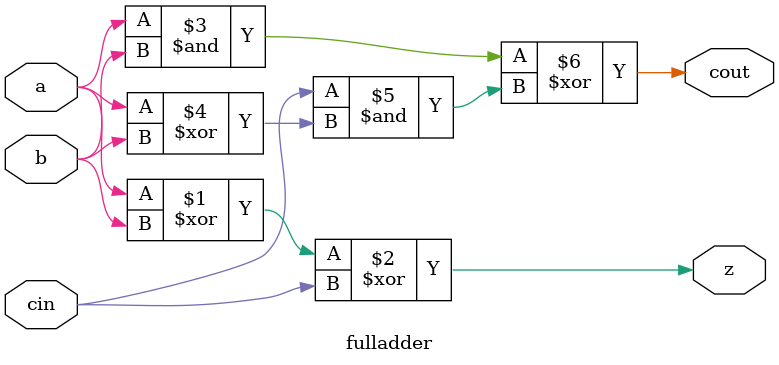
<source format=v>
module fulladder(a, b, cin, z, cout);
	input a, b, cin;
	output z, cout;
	
	assign z = a ^ b ^ cin;
	assign cout = (a & b) ^ (cin & (a ^ b));
endmodule

</source>
